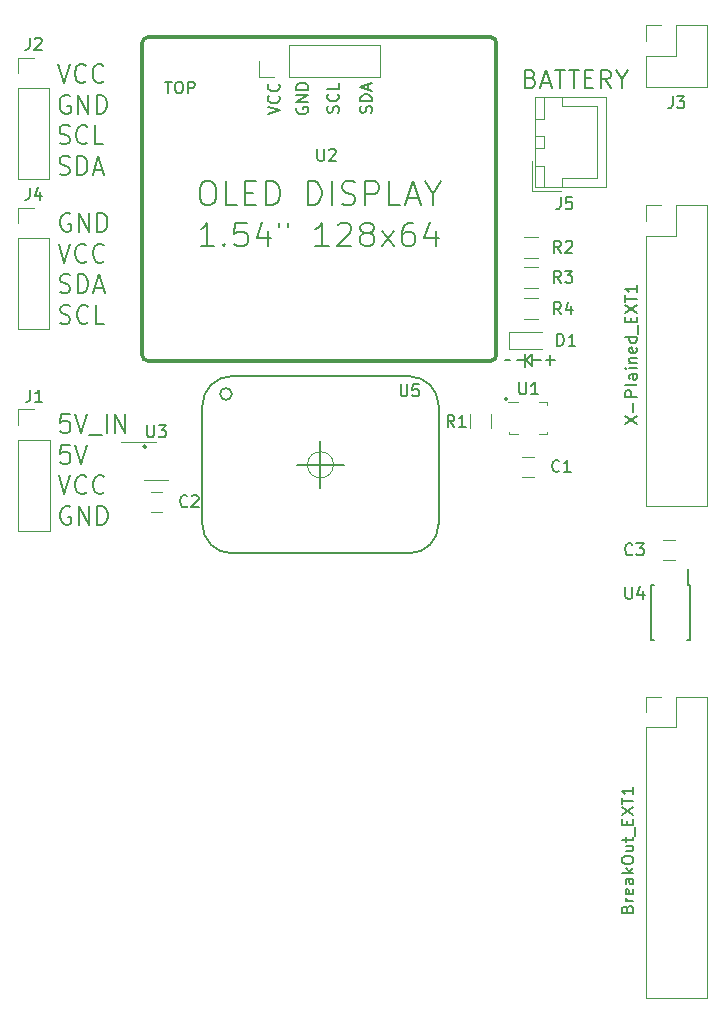
<source format=gbr>
G04 #@! TF.GenerationSoftware,KiCad,Pcbnew,(5.0.0)*
G04 #@! TF.CreationDate,2019-02-20T18:13:07-05:00*
G04 #@! TF.ProjectId,AVR_LCD 2.0,4156525F4C434420322E302E6B696361,rev?*
G04 #@! TF.SameCoordinates,Original*
G04 #@! TF.FileFunction,Legend,Top*
G04 #@! TF.FilePolarity,Positive*
%FSLAX46Y46*%
G04 Gerber Fmt 4.6, Leading zero omitted, Abs format (unit mm)*
G04 Created by KiCad (PCBNEW (5.0.0)) date 02/20/19 18:13:07*
%MOMM*%
%LPD*%
G01*
G04 APERTURE LIST*
%ADD10C,0.200000*%
%ADD11C,0.150000*%
%ADD12C,0.120000*%
%ADD13C,0.100000*%
%ADD14C,0.300000*%
G04 APERTURE END LIST*
D10*
X102152800Y-82142400D02*
X102305200Y-82142400D01*
X101898800Y-82548800D02*
X101898800Y-81736000D01*
X101543200Y-82142400D02*
X102152800Y-82142400D01*
X98038000Y-82142400D02*
X98495200Y-82142400D01*
X99765200Y-82701200D02*
X99765200Y-81634400D01*
X100324000Y-82142400D02*
X101086000Y-82142400D01*
X99816000Y-82142400D02*
X99104800Y-82142400D01*
X100324000Y-82650400D02*
X100324000Y-82498000D01*
X99816000Y-82142400D02*
X100324000Y-82650400D01*
X100324000Y-81634400D02*
X99816000Y-82142400D01*
X100324000Y-82548800D02*
X100324000Y-81634400D01*
X100240000Y-58292857D02*
X100454285Y-58364285D01*
X100525714Y-58435714D01*
X100597142Y-58578571D01*
X100597142Y-58792857D01*
X100525714Y-58935714D01*
X100454285Y-59007142D01*
X100311428Y-59078571D01*
X99740000Y-59078571D01*
X99740000Y-57578571D01*
X100240000Y-57578571D01*
X100382857Y-57650000D01*
X100454285Y-57721428D01*
X100525714Y-57864285D01*
X100525714Y-58007142D01*
X100454285Y-58150000D01*
X100382857Y-58221428D01*
X100240000Y-58292857D01*
X99740000Y-58292857D01*
X101168571Y-58650000D02*
X101882857Y-58650000D01*
X101025714Y-59078571D02*
X101525714Y-57578571D01*
X102025714Y-59078571D01*
X102311428Y-57578571D02*
X103168571Y-57578571D01*
X102740000Y-59078571D02*
X102740000Y-57578571D01*
X103454285Y-57578571D02*
X104311428Y-57578571D01*
X103882857Y-59078571D02*
X103882857Y-57578571D01*
X104811428Y-58292857D02*
X105311428Y-58292857D01*
X105525714Y-59078571D02*
X104811428Y-59078571D01*
X104811428Y-57578571D01*
X105525714Y-57578571D01*
X107025714Y-59078571D02*
X106525714Y-58364285D01*
X106168571Y-59078571D02*
X106168571Y-57578571D01*
X106740000Y-57578571D01*
X106882857Y-57650000D01*
X106954285Y-57721428D01*
X107025714Y-57864285D01*
X107025714Y-58078571D01*
X106954285Y-58221428D01*
X106882857Y-58292857D01*
X106740000Y-58364285D01*
X106168571Y-58364285D01*
X107954285Y-58364285D02*
X107954285Y-59078571D01*
X107454285Y-57578571D02*
X107954285Y-58364285D01*
X108454285Y-57578571D01*
X61196228Y-86692609D02*
X60481942Y-86692609D01*
X60410514Y-87454514D01*
X60481942Y-87378323D01*
X60624800Y-87302133D01*
X60981942Y-87302133D01*
X61124800Y-87378323D01*
X61196228Y-87454514D01*
X61267657Y-87606895D01*
X61267657Y-87987847D01*
X61196228Y-88140228D01*
X61124800Y-88216419D01*
X60981942Y-88292609D01*
X60624800Y-88292609D01*
X60481942Y-88216419D01*
X60410514Y-88140228D01*
X61696228Y-86692609D02*
X62196228Y-88292609D01*
X62696228Y-86692609D01*
X62839085Y-88444990D02*
X63981942Y-88444990D01*
X64339085Y-88292609D02*
X64339085Y-86692609D01*
X65053371Y-88292609D02*
X65053371Y-86692609D01*
X65910514Y-88292609D01*
X65910514Y-86692609D01*
X61196228Y-89292609D02*
X60481942Y-89292609D01*
X60410514Y-90054514D01*
X60481942Y-89978323D01*
X60624800Y-89902133D01*
X60981942Y-89902133D01*
X61124800Y-89978323D01*
X61196228Y-90054514D01*
X61267657Y-90206895D01*
X61267657Y-90587847D01*
X61196228Y-90740228D01*
X61124800Y-90816419D01*
X60981942Y-90892609D01*
X60624800Y-90892609D01*
X60481942Y-90816419D01*
X60410514Y-90740228D01*
X61696228Y-89292609D02*
X62196228Y-90892609D01*
X62696228Y-89292609D01*
X60267657Y-91892609D02*
X60767657Y-93492609D01*
X61267657Y-91892609D01*
X62624800Y-93340228D02*
X62553371Y-93416419D01*
X62339085Y-93492609D01*
X62196228Y-93492609D01*
X61981942Y-93416419D01*
X61839085Y-93264038D01*
X61767657Y-93111657D01*
X61696228Y-92806895D01*
X61696228Y-92578323D01*
X61767657Y-92273561D01*
X61839085Y-92121180D01*
X61981942Y-91968800D01*
X62196228Y-91892609D01*
X62339085Y-91892609D01*
X62553371Y-91968800D01*
X62624800Y-92044990D01*
X64124800Y-93340228D02*
X64053371Y-93416419D01*
X63839085Y-93492609D01*
X63696228Y-93492609D01*
X63481942Y-93416419D01*
X63339085Y-93264038D01*
X63267657Y-93111657D01*
X63196228Y-92806895D01*
X63196228Y-92578323D01*
X63267657Y-92273561D01*
X63339085Y-92121180D01*
X63481942Y-91968800D01*
X63696228Y-91892609D01*
X63839085Y-91892609D01*
X64053371Y-91968800D01*
X64124800Y-92044990D01*
X61267657Y-94568800D02*
X61124800Y-94492609D01*
X60910514Y-94492609D01*
X60696228Y-94568800D01*
X60553371Y-94721180D01*
X60481942Y-94873561D01*
X60410514Y-95178323D01*
X60410514Y-95406895D01*
X60481942Y-95711657D01*
X60553371Y-95864038D01*
X60696228Y-96016419D01*
X60910514Y-96092609D01*
X61053371Y-96092609D01*
X61267657Y-96016419D01*
X61339085Y-95940228D01*
X61339085Y-95406895D01*
X61053371Y-95406895D01*
X61981942Y-96092609D02*
X61981942Y-94492609D01*
X62839085Y-96092609D01*
X62839085Y-94492609D01*
X63553371Y-96092609D02*
X63553371Y-94492609D01*
X63910514Y-94492609D01*
X64124800Y-94568800D01*
X64267657Y-94721180D01*
X64339085Y-94873561D01*
X64410514Y-95178323D01*
X64410514Y-95406895D01*
X64339085Y-95711657D01*
X64267657Y-95864038D01*
X64124800Y-96016419D01*
X63910514Y-96092609D01*
X63553371Y-96092609D01*
X67716114Y-89457600D02*
G75*
G03X67716114Y-89457600I-158114J0D01*
G01*
X61262857Y-69750000D02*
X61120000Y-69673809D01*
X60905714Y-69673809D01*
X60691428Y-69750000D01*
X60548571Y-69902380D01*
X60477142Y-70054761D01*
X60405714Y-70359523D01*
X60405714Y-70588095D01*
X60477142Y-70892857D01*
X60548571Y-71045238D01*
X60691428Y-71197619D01*
X60905714Y-71273809D01*
X61048571Y-71273809D01*
X61262857Y-71197619D01*
X61334285Y-71121428D01*
X61334285Y-70588095D01*
X61048571Y-70588095D01*
X61977142Y-71273809D02*
X61977142Y-69673809D01*
X62834285Y-71273809D01*
X62834285Y-69673809D01*
X63548571Y-71273809D02*
X63548571Y-69673809D01*
X63905714Y-69673809D01*
X64120000Y-69750000D01*
X64262857Y-69902380D01*
X64334285Y-70054761D01*
X64405714Y-70359523D01*
X64405714Y-70588095D01*
X64334285Y-70892857D01*
X64262857Y-71045238D01*
X64120000Y-71197619D01*
X63905714Y-71273809D01*
X63548571Y-71273809D01*
X60262857Y-72273809D02*
X60762857Y-73873809D01*
X61262857Y-72273809D01*
X62620000Y-73721428D02*
X62548571Y-73797619D01*
X62334285Y-73873809D01*
X62191428Y-73873809D01*
X61977142Y-73797619D01*
X61834285Y-73645238D01*
X61762857Y-73492857D01*
X61691428Y-73188095D01*
X61691428Y-72959523D01*
X61762857Y-72654761D01*
X61834285Y-72502380D01*
X61977142Y-72350000D01*
X62191428Y-72273809D01*
X62334285Y-72273809D01*
X62548571Y-72350000D01*
X62620000Y-72426190D01*
X64120000Y-73721428D02*
X64048571Y-73797619D01*
X63834285Y-73873809D01*
X63691428Y-73873809D01*
X63477142Y-73797619D01*
X63334285Y-73645238D01*
X63262857Y-73492857D01*
X63191428Y-73188095D01*
X63191428Y-72959523D01*
X63262857Y-72654761D01*
X63334285Y-72502380D01*
X63477142Y-72350000D01*
X63691428Y-72273809D01*
X63834285Y-72273809D01*
X64048571Y-72350000D01*
X64120000Y-72426190D01*
X60405714Y-76397619D02*
X60620000Y-76473809D01*
X60977142Y-76473809D01*
X61120000Y-76397619D01*
X61191428Y-76321428D01*
X61262857Y-76169047D01*
X61262857Y-76016666D01*
X61191428Y-75864285D01*
X61120000Y-75788095D01*
X60977142Y-75711904D01*
X60691428Y-75635714D01*
X60548571Y-75559523D01*
X60477142Y-75483333D01*
X60405714Y-75330952D01*
X60405714Y-75178571D01*
X60477142Y-75026190D01*
X60548571Y-74950000D01*
X60691428Y-74873809D01*
X61048571Y-74873809D01*
X61262857Y-74950000D01*
X61905714Y-76473809D02*
X61905714Y-74873809D01*
X62262857Y-74873809D01*
X62477142Y-74950000D01*
X62620000Y-75102380D01*
X62691428Y-75254761D01*
X62762857Y-75559523D01*
X62762857Y-75788095D01*
X62691428Y-76092857D01*
X62620000Y-76245238D01*
X62477142Y-76397619D01*
X62262857Y-76473809D01*
X61905714Y-76473809D01*
X63334285Y-76016666D02*
X64048571Y-76016666D01*
X63191428Y-76473809D02*
X63691428Y-74873809D01*
X64191428Y-76473809D01*
X60405714Y-78997619D02*
X60620000Y-79073809D01*
X60977142Y-79073809D01*
X61120000Y-78997619D01*
X61191428Y-78921428D01*
X61262857Y-78769047D01*
X61262857Y-78616666D01*
X61191428Y-78464285D01*
X61120000Y-78388095D01*
X60977142Y-78311904D01*
X60691428Y-78235714D01*
X60548571Y-78159523D01*
X60477142Y-78083333D01*
X60405714Y-77930952D01*
X60405714Y-77778571D01*
X60477142Y-77626190D01*
X60548571Y-77550000D01*
X60691428Y-77473809D01*
X61048571Y-77473809D01*
X61262857Y-77550000D01*
X62762857Y-78921428D02*
X62691428Y-78997619D01*
X62477142Y-79073809D01*
X62334285Y-79073809D01*
X62120000Y-78997619D01*
X61977142Y-78845238D01*
X61905714Y-78692857D01*
X61834285Y-78388095D01*
X61834285Y-78159523D01*
X61905714Y-77854761D01*
X61977142Y-77702380D01*
X62120000Y-77550000D01*
X62334285Y-77473809D01*
X62477142Y-77473809D01*
X62691428Y-77550000D01*
X62762857Y-77626190D01*
X64120000Y-79073809D02*
X63405714Y-79073809D01*
X63405714Y-77473809D01*
X60212857Y-57073809D02*
X60712857Y-58673809D01*
X61212857Y-57073809D01*
X62570000Y-58521428D02*
X62498571Y-58597619D01*
X62284285Y-58673809D01*
X62141428Y-58673809D01*
X61927142Y-58597619D01*
X61784285Y-58445238D01*
X61712857Y-58292857D01*
X61641428Y-57988095D01*
X61641428Y-57759523D01*
X61712857Y-57454761D01*
X61784285Y-57302380D01*
X61927142Y-57150000D01*
X62141428Y-57073809D01*
X62284285Y-57073809D01*
X62498571Y-57150000D01*
X62570000Y-57226190D01*
X64070000Y-58521428D02*
X63998571Y-58597619D01*
X63784285Y-58673809D01*
X63641428Y-58673809D01*
X63427142Y-58597619D01*
X63284285Y-58445238D01*
X63212857Y-58292857D01*
X63141428Y-57988095D01*
X63141428Y-57759523D01*
X63212857Y-57454761D01*
X63284285Y-57302380D01*
X63427142Y-57150000D01*
X63641428Y-57073809D01*
X63784285Y-57073809D01*
X63998571Y-57150000D01*
X64070000Y-57226190D01*
X61212857Y-59750000D02*
X61070000Y-59673809D01*
X60855714Y-59673809D01*
X60641428Y-59750000D01*
X60498571Y-59902380D01*
X60427142Y-60054761D01*
X60355714Y-60359523D01*
X60355714Y-60588095D01*
X60427142Y-60892857D01*
X60498571Y-61045238D01*
X60641428Y-61197619D01*
X60855714Y-61273809D01*
X60998571Y-61273809D01*
X61212857Y-61197619D01*
X61284285Y-61121428D01*
X61284285Y-60588095D01*
X60998571Y-60588095D01*
X61927142Y-61273809D02*
X61927142Y-59673809D01*
X62784285Y-61273809D01*
X62784285Y-59673809D01*
X63498571Y-61273809D02*
X63498571Y-59673809D01*
X63855714Y-59673809D01*
X64070000Y-59750000D01*
X64212857Y-59902380D01*
X64284285Y-60054761D01*
X64355714Y-60359523D01*
X64355714Y-60588095D01*
X64284285Y-60892857D01*
X64212857Y-61045238D01*
X64070000Y-61197619D01*
X63855714Y-61273809D01*
X63498571Y-61273809D01*
X60355714Y-63797619D02*
X60570000Y-63873809D01*
X60927142Y-63873809D01*
X61070000Y-63797619D01*
X61141428Y-63721428D01*
X61212857Y-63569047D01*
X61212857Y-63416666D01*
X61141428Y-63264285D01*
X61070000Y-63188095D01*
X60927142Y-63111904D01*
X60641428Y-63035714D01*
X60498571Y-62959523D01*
X60427142Y-62883333D01*
X60355714Y-62730952D01*
X60355714Y-62578571D01*
X60427142Y-62426190D01*
X60498571Y-62350000D01*
X60641428Y-62273809D01*
X60998571Y-62273809D01*
X61212857Y-62350000D01*
X62712857Y-63721428D02*
X62641428Y-63797619D01*
X62427142Y-63873809D01*
X62284285Y-63873809D01*
X62070000Y-63797619D01*
X61927142Y-63645238D01*
X61855714Y-63492857D01*
X61784285Y-63188095D01*
X61784285Y-62959523D01*
X61855714Y-62654761D01*
X61927142Y-62502380D01*
X62070000Y-62350000D01*
X62284285Y-62273809D01*
X62427142Y-62273809D01*
X62641428Y-62350000D01*
X62712857Y-62426190D01*
X64070000Y-63873809D02*
X63355714Y-63873809D01*
X63355714Y-62273809D01*
X60355714Y-66397619D02*
X60570000Y-66473809D01*
X60927142Y-66473809D01*
X61070000Y-66397619D01*
X61141428Y-66321428D01*
X61212857Y-66169047D01*
X61212857Y-66016666D01*
X61141428Y-65864285D01*
X61070000Y-65788095D01*
X60927142Y-65711904D01*
X60641428Y-65635714D01*
X60498571Y-65559523D01*
X60427142Y-65483333D01*
X60355714Y-65330952D01*
X60355714Y-65178571D01*
X60427142Y-65026190D01*
X60498571Y-64950000D01*
X60641428Y-64873809D01*
X60998571Y-64873809D01*
X61212857Y-64950000D01*
X61855714Y-66473809D02*
X61855714Y-64873809D01*
X62212857Y-64873809D01*
X62427142Y-64950000D01*
X62570000Y-65102380D01*
X62641428Y-65254761D01*
X62712857Y-65559523D01*
X62712857Y-65788095D01*
X62641428Y-66092857D01*
X62570000Y-66245238D01*
X62427142Y-66397619D01*
X62212857Y-66473809D01*
X61855714Y-66473809D01*
X63284285Y-66016666D02*
X63998571Y-66016666D01*
X63141428Y-66473809D02*
X63641428Y-64873809D01*
X64141428Y-66473809D01*
D11*
X98256500Y-85434500D02*
G75*
G03X98256500Y-85434500I-127000J0D01*
G01*
D12*
G04 #@! TO.C,BreakOut_EXT1*
X109970000Y-110620000D02*
X111300000Y-110620000D01*
X109970000Y-111950000D02*
X109970000Y-110620000D01*
X112570000Y-110620000D02*
X115170000Y-110620000D01*
X112570000Y-113220000D02*
X112570000Y-110620000D01*
X109970000Y-113220000D02*
X112570000Y-113220000D01*
X115170000Y-110620000D02*
X115170000Y-136140000D01*
X109970000Y-113220000D02*
X109970000Y-136140000D01*
X109970000Y-136140000D02*
X115170000Y-136140000D01*
G04 #@! TO.C,C1*
X99534000Y-91999500D02*
X100534000Y-91999500D01*
X100534000Y-90299500D02*
X99534000Y-90299500D01*
G04 #@! TO.C,C2*
X68053200Y-94988000D02*
X69053200Y-94988000D01*
X69053200Y-93288000D02*
X68053200Y-93288000D01*
G04 #@! TO.C,C3*
X112424000Y-97357000D02*
X111424000Y-97357000D01*
X111424000Y-99057000D02*
X112424000Y-99057000D01*
G04 #@! TO.C,D1*
X98425000Y-79764000D02*
X101225000Y-79764000D01*
X98425000Y-81164000D02*
X101225000Y-81164000D01*
X98425000Y-79764000D02*
X98425000Y-81164000D01*
G04 #@! TO.C,J1*
X56864800Y-86298800D02*
X58194800Y-86298800D01*
X56864800Y-87628800D02*
X56864800Y-86298800D01*
X56864800Y-88898800D02*
X59524800Y-88898800D01*
X59524800Y-88898800D02*
X59524800Y-96578800D01*
X56864800Y-88898800D02*
X56864800Y-96578800D01*
X56864800Y-96578800D02*
X59524800Y-96578800D01*
G04 #@! TO.C,J2*
X56830000Y-56530000D02*
X58160000Y-56530000D01*
X56830000Y-57860000D02*
X56830000Y-56530000D01*
X56830000Y-59130000D02*
X59490000Y-59130000D01*
X59490000Y-59130000D02*
X59490000Y-66810000D01*
X56830000Y-59130000D02*
X56830000Y-66810000D01*
X56830000Y-66810000D02*
X59490000Y-66810000D01*
G04 #@! TO.C,J3*
X109970000Y-53780000D02*
X111300000Y-53780000D01*
X109970000Y-55110000D02*
X109970000Y-53780000D01*
X112570000Y-53780000D02*
X115170000Y-53780000D01*
X112570000Y-56380000D02*
X112570000Y-53780000D01*
X109970000Y-56380000D02*
X112570000Y-56380000D01*
X115170000Y-53780000D02*
X115170000Y-58980000D01*
X109970000Y-56380000D02*
X109970000Y-58980000D01*
X109970000Y-58980000D02*
X115170000Y-58980000D01*
G04 #@! TO.C,J4*
X56830000Y-79510000D02*
X59490000Y-79510000D01*
X56830000Y-71830000D02*
X56830000Y-79510000D01*
X59490000Y-71830000D02*
X59490000Y-79510000D01*
X56830000Y-71830000D02*
X59490000Y-71830000D01*
X56830000Y-70560000D02*
X56830000Y-69230000D01*
X56830000Y-69230000D02*
X58160000Y-69230000D01*
G04 #@! TO.C,J5*
X100340000Y-67800000D02*
X102840000Y-67800000D01*
X100340000Y-65300000D02*
X100340000Y-67800000D01*
X105840000Y-60650000D02*
X105840000Y-63700000D01*
X102890000Y-60650000D02*
X105840000Y-60650000D01*
X102890000Y-59900000D02*
X102890000Y-60650000D01*
X105840000Y-66750000D02*
X105840000Y-63700000D01*
X102890000Y-66750000D02*
X105840000Y-66750000D01*
X102890000Y-67500000D02*
X102890000Y-66750000D01*
X100640000Y-59900000D02*
X100640000Y-61700000D01*
X101390000Y-59900000D02*
X100640000Y-59900000D01*
X101390000Y-61700000D02*
X101390000Y-59900000D01*
X100640000Y-61700000D02*
X101390000Y-61700000D01*
X100640000Y-65700000D02*
X100640000Y-67500000D01*
X101390000Y-65700000D02*
X100640000Y-65700000D01*
X101390000Y-67500000D02*
X101390000Y-65700000D01*
X100640000Y-67500000D02*
X101390000Y-67500000D01*
X100640000Y-63200000D02*
X100640000Y-64200000D01*
X101390000Y-63200000D02*
X100640000Y-63200000D01*
X101390000Y-64200000D02*
X101390000Y-63200000D01*
X100640000Y-64200000D02*
X101390000Y-64200000D01*
X100640000Y-59900000D02*
X100640000Y-67500000D01*
X106590000Y-59900000D02*
X100640000Y-59900000D01*
X106590000Y-67500000D02*
X106590000Y-59900000D01*
X100640000Y-67500000D02*
X106590000Y-67500000D01*
G04 #@! TO.C,R1*
X95090500Y-87873500D02*
X95090500Y-86673500D01*
X96850500Y-86673500D02*
X96850500Y-87873500D01*
G04 #@! TO.C,R2*
X100843000Y-73470000D02*
X99643000Y-73470000D01*
X99643000Y-71710000D02*
X100843000Y-71710000D01*
G04 #@! TO.C,R3*
X99643000Y-74250000D02*
X100843000Y-74250000D01*
X100843000Y-76010000D02*
X99643000Y-76010000D01*
G04 #@! TO.C,R4*
X100843000Y-78677000D02*
X99643000Y-78677000D01*
X99643000Y-76917000D02*
X100843000Y-76917000D01*
D13*
G04 #@! TO.C,U1*
X101642000Y-85723500D02*
X101642000Y-85943500D01*
X100922000Y-85723500D02*
X101642000Y-85723500D01*
X101642000Y-88423500D02*
X100922000Y-88423500D01*
X101642000Y-88203500D02*
X101642000Y-88423500D01*
X98442000Y-88423500D02*
X98442000Y-88203500D01*
X98442000Y-88423500D02*
X99162000Y-88423500D01*
X98342000Y-85723500D02*
X99162000Y-85723500D01*
D12*
G04 #@! TO.C,U2*
X77210000Y-58130000D02*
X77210000Y-56800000D01*
X78540000Y-58130000D02*
X77210000Y-58130000D01*
X79810000Y-58130000D02*
X79810000Y-55470000D01*
X79810000Y-55470000D02*
X87490000Y-55470000D01*
X79810000Y-58130000D02*
X87490000Y-58130000D01*
X87490000Y-58130000D02*
X87490000Y-55470000D01*
D14*
X78540000Y-54800000D02*
X90240000Y-54800000D01*
X96840000Y-54800000D02*
X90240000Y-54800000D01*
X96840000Y-54800000D02*
G75*
G02X97340000Y-55300000I0J-500000D01*
G01*
X67840000Y-54800000D02*
X78540000Y-54800000D01*
X67340000Y-55300000D02*
G75*
G02X67840000Y-54800000I500000J0D01*
G01*
X82940000Y-82200000D02*
X85140000Y-82200000D01*
X85140000Y-82200000D02*
X85340000Y-82200000D01*
X97340000Y-81700000D02*
G75*
G02X96840000Y-82200000I-500000J0D01*
G01*
X96840000Y-82200000D02*
X86140000Y-82200000D01*
X67840000Y-82200000D02*
G75*
G02X67340000Y-81700000I0J500000D01*
G01*
X67840000Y-82200000D02*
X74440000Y-82200000D01*
X86140000Y-82200000D02*
X74440000Y-82200000D01*
X97340000Y-55300000D02*
X97340000Y-81700000D01*
X67340000Y-81700000D02*
X67340000Y-55300000D01*
D11*
G04 #@! TO.C,U4*
X113592000Y-101216000D02*
X113592000Y-99866000D01*
X110442000Y-101216000D02*
X110442000Y-105866000D01*
X113692000Y-101216000D02*
X113692000Y-105866000D01*
X110442000Y-101216000D02*
X110642000Y-101216000D01*
X110442000Y-105866000D02*
X110642000Y-105866000D01*
X113692000Y-105866000D02*
X113492000Y-105866000D01*
X113692000Y-101216000D02*
X113592000Y-101216000D01*
G04 #@! TO.C,U5*
X74940000Y-85000000D02*
G75*
G03X74940000Y-85000000I-500000J0D01*
G01*
X72440000Y-96000000D02*
X72440000Y-86000000D01*
X89940000Y-98500000D02*
X74940000Y-98500000D01*
X92440000Y-86000000D02*
X92440000Y-96000000D01*
X89940000Y-83500000D02*
X74940000Y-83500000D01*
X89940000Y-83500000D02*
G75*
G02X92440000Y-86000000I0J-2500000D01*
G01*
X92440000Y-96000000D02*
G75*
G02X89940000Y-98500000I-2500000J0D01*
G01*
X74940000Y-98500000D02*
G75*
G02X72440000Y-96000000I0J2500000D01*
G01*
X72440000Y-86000000D02*
G75*
G02X74940000Y-83500000I2500000J0D01*
G01*
D10*
X84440000Y-91000000D02*
X80440000Y-91000000D01*
X82440000Y-89000000D02*
X82440000Y-93000000D01*
D13*
X83541136Y-91000000D02*
G75*
G03X83541136Y-91000000I-1101136J0D01*
G01*
D12*
G04 #@! TO.C,X-Plained_EXT1*
X109970000Y-94530000D02*
X115170000Y-94530000D01*
X109970000Y-71610000D02*
X109970000Y-94530000D01*
X115170000Y-69010000D02*
X115170000Y-94530000D01*
X109970000Y-71610000D02*
X112570000Y-71610000D01*
X112570000Y-71610000D02*
X112570000Y-69010000D01*
X112570000Y-69010000D02*
X115170000Y-69010000D01*
X109970000Y-70340000D02*
X109970000Y-69010000D01*
X109970000Y-69010000D02*
X111300000Y-69010000D01*
G04 #@! TO.C,U3*
X68542200Y-89090000D02*
X65542200Y-89090000D01*
X69542200Y-92330000D02*
X67542200Y-92330000D01*
G04 #@! TO.C,BreakOut_EXT1*
D11*
X108418571Y-128602380D02*
X108466190Y-128459523D01*
X108513809Y-128411904D01*
X108609047Y-128364285D01*
X108751904Y-128364285D01*
X108847142Y-128411904D01*
X108894761Y-128459523D01*
X108942380Y-128554761D01*
X108942380Y-128935714D01*
X107942380Y-128935714D01*
X107942380Y-128602380D01*
X107990000Y-128507142D01*
X108037619Y-128459523D01*
X108132857Y-128411904D01*
X108228095Y-128411904D01*
X108323333Y-128459523D01*
X108370952Y-128507142D01*
X108418571Y-128602380D01*
X108418571Y-128935714D01*
X108942380Y-127935714D02*
X108275714Y-127935714D01*
X108466190Y-127935714D02*
X108370952Y-127888095D01*
X108323333Y-127840476D01*
X108275714Y-127745238D01*
X108275714Y-127650000D01*
X108894761Y-126935714D02*
X108942380Y-127030952D01*
X108942380Y-127221428D01*
X108894761Y-127316666D01*
X108799523Y-127364285D01*
X108418571Y-127364285D01*
X108323333Y-127316666D01*
X108275714Y-127221428D01*
X108275714Y-127030952D01*
X108323333Y-126935714D01*
X108418571Y-126888095D01*
X108513809Y-126888095D01*
X108609047Y-127364285D01*
X108942380Y-126030952D02*
X108418571Y-126030952D01*
X108323333Y-126078571D01*
X108275714Y-126173809D01*
X108275714Y-126364285D01*
X108323333Y-126459523D01*
X108894761Y-126030952D02*
X108942380Y-126126190D01*
X108942380Y-126364285D01*
X108894761Y-126459523D01*
X108799523Y-126507142D01*
X108704285Y-126507142D01*
X108609047Y-126459523D01*
X108561428Y-126364285D01*
X108561428Y-126126190D01*
X108513809Y-126030952D01*
X108942380Y-125554761D02*
X107942380Y-125554761D01*
X108561428Y-125459523D02*
X108942380Y-125173809D01*
X108275714Y-125173809D02*
X108656666Y-125554761D01*
X107942380Y-124554761D02*
X107942380Y-124364285D01*
X107990000Y-124269047D01*
X108085238Y-124173809D01*
X108275714Y-124126190D01*
X108609047Y-124126190D01*
X108799523Y-124173809D01*
X108894761Y-124269047D01*
X108942380Y-124364285D01*
X108942380Y-124554761D01*
X108894761Y-124650000D01*
X108799523Y-124745238D01*
X108609047Y-124792857D01*
X108275714Y-124792857D01*
X108085238Y-124745238D01*
X107990000Y-124650000D01*
X107942380Y-124554761D01*
X108275714Y-123269047D02*
X108942380Y-123269047D01*
X108275714Y-123697619D02*
X108799523Y-123697619D01*
X108894761Y-123650000D01*
X108942380Y-123554761D01*
X108942380Y-123411904D01*
X108894761Y-123316666D01*
X108847142Y-123269047D01*
X108275714Y-122935714D02*
X108275714Y-122554761D01*
X107942380Y-122792857D02*
X108799523Y-122792857D01*
X108894761Y-122745238D01*
X108942380Y-122650000D01*
X108942380Y-122554761D01*
X109037619Y-122459523D02*
X109037619Y-121697619D01*
X108418571Y-121459523D02*
X108418571Y-121126190D01*
X108942380Y-120983333D02*
X108942380Y-121459523D01*
X107942380Y-121459523D01*
X107942380Y-120983333D01*
X107942380Y-120650000D02*
X108942380Y-119983333D01*
X107942380Y-119983333D02*
X108942380Y-120650000D01*
X107942380Y-119745238D02*
X107942380Y-119173809D01*
X108942380Y-119459523D02*
X107942380Y-119459523D01*
X108942380Y-118316666D02*
X108942380Y-118888095D01*
X108942380Y-118602380D02*
X107942380Y-118602380D01*
X108085238Y-118697619D01*
X108180476Y-118792857D01*
X108228095Y-118888095D01*
G04 #@! TO.C,C1*
X102661333Y-91506642D02*
X102613714Y-91554261D01*
X102470857Y-91601880D01*
X102375619Y-91601880D01*
X102232761Y-91554261D01*
X102137523Y-91459023D01*
X102089904Y-91363785D01*
X102042285Y-91173309D01*
X102042285Y-91030452D01*
X102089904Y-90839976D01*
X102137523Y-90744738D01*
X102232761Y-90649500D01*
X102375619Y-90601880D01*
X102470857Y-90601880D01*
X102613714Y-90649500D01*
X102661333Y-90697119D01*
X103613714Y-91601880D02*
X103042285Y-91601880D01*
X103328000Y-91601880D02*
X103328000Y-90601880D01*
X103232761Y-90744738D01*
X103137523Y-90839976D01*
X103042285Y-90887595D01*
G04 #@! TO.C,C2*
X71164533Y-94495142D02*
X71116914Y-94542761D01*
X70974057Y-94590380D01*
X70878819Y-94590380D01*
X70735961Y-94542761D01*
X70640723Y-94447523D01*
X70593104Y-94352285D01*
X70545485Y-94161809D01*
X70545485Y-94018952D01*
X70593104Y-93828476D01*
X70640723Y-93733238D01*
X70735961Y-93638000D01*
X70878819Y-93590380D01*
X70974057Y-93590380D01*
X71116914Y-93638000D01*
X71164533Y-93685619D01*
X71545485Y-93685619D02*
X71593104Y-93638000D01*
X71688342Y-93590380D01*
X71926438Y-93590380D01*
X72021676Y-93638000D01*
X72069295Y-93685619D01*
X72116914Y-93780857D01*
X72116914Y-93876095D01*
X72069295Y-94018952D01*
X71497866Y-94590380D01*
X72116914Y-94590380D01*
G04 #@! TO.C,C3*
X108852333Y-98564142D02*
X108804714Y-98611761D01*
X108661857Y-98659380D01*
X108566619Y-98659380D01*
X108423761Y-98611761D01*
X108328523Y-98516523D01*
X108280904Y-98421285D01*
X108233285Y-98230809D01*
X108233285Y-98087952D01*
X108280904Y-97897476D01*
X108328523Y-97802238D01*
X108423761Y-97707000D01*
X108566619Y-97659380D01*
X108661857Y-97659380D01*
X108804714Y-97707000D01*
X108852333Y-97754619D01*
X109185666Y-97659380D02*
X109804714Y-97659380D01*
X109471380Y-98040333D01*
X109614238Y-98040333D01*
X109709476Y-98087952D01*
X109757095Y-98135571D01*
X109804714Y-98230809D01*
X109804714Y-98468904D01*
X109757095Y-98564142D01*
X109709476Y-98611761D01*
X109614238Y-98659380D01*
X109328523Y-98659380D01*
X109233285Y-98611761D01*
X109185666Y-98564142D01*
G04 #@! TO.C,D1*
X102491904Y-80916380D02*
X102491904Y-79916380D01*
X102730000Y-79916380D01*
X102872857Y-79964000D01*
X102968095Y-80059238D01*
X103015714Y-80154476D01*
X103063333Y-80344952D01*
X103063333Y-80487809D01*
X103015714Y-80678285D01*
X102968095Y-80773523D01*
X102872857Y-80868761D01*
X102730000Y-80916380D01*
X102491904Y-80916380D01*
X104015714Y-80916380D02*
X103444285Y-80916380D01*
X103730000Y-80916380D02*
X103730000Y-79916380D01*
X103634761Y-80059238D01*
X103539523Y-80154476D01*
X103444285Y-80202095D01*
G04 #@! TO.C,J1*
X57877466Y-84642780D02*
X57877466Y-85357066D01*
X57829847Y-85499923D01*
X57734609Y-85595161D01*
X57591752Y-85642780D01*
X57496514Y-85642780D01*
X58877466Y-85642780D02*
X58306038Y-85642780D01*
X58591752Y-85642780D02*
X58591752Y-84642780D01*
X58496514Y-84785638D01*
X58401276Y-84880876D01*
X58306038Y-84928495D01*
G04 #@! TO.C,J2*
X57826666Y-54852380D02*
X57826666Y-55566666D01*
X57779047Y-55709523D01*
X57683809Y-55804761D01*
X57540952Y-55852380D01*
X57445714Y-55852380D01*
X58255238Y-54947619D02*
X58302857Y-54900000D01*
X58398095Y-54852380D01*
X58636190Y-54852380D01*
X58731428Y-54900000D01*
X58779047Y-54947619D01*
X58826666Y-55042857D01*
X58826666Y-55138095D01*
X58779047Y-55280952D01*
X58207619Y-55852380D01*
X58826666Y-55852380D01*
G04 #@! TO.C,J3*
X112256666Y-59802380D02*
X112256666Y-60516666D01*
X112209047Y-60659523D01*
X112113809Y-60754761D01*
X111970952Y-60802380D01*
X111875714Y-60802380D01*
X112637619Y-59802380D02*
X113256666Y-59802380D01*
X112923333Y-60183333D01*
X113066190Y-60183333D01*
X113161428Y-60230952D01*
X113209047Y-60278571D01*
X113256666Y-60373809D01*
X113256666Y-60611904D01*
X113209047Y-60707142D01*
X113161428Y-60754761D01*
X113066190Y-60802380D01*
X112780476Y-60802380D01*
X112685238Y-60754761D01*
X112637619Y-60707142D01*
G04 #@! TO.C,J4*
X57826666Y-67552380D02*
X57826666Y-68266666D01*
X57779047Y-68409523D01*
X57683809Y-68504761D01*
X57540952Y-68552380D01*
X57445714Y-68552380D01*
X58731428Y-67885714D02*
X58731428Y-68552380D01*
X58493333Y-67504761D02*
X58255238Y-68219047D01*
X58874285Y-68219047D01*
G04 #@! TO.C,J5*
X102766666Y-68352380D02*
X102766666Y-69066666D01*
X102719047Y-69209523D01*
X102623809Y-69304761D01*
X102480952Y-69352380D01*
X102385714Y-69352380D01*
X103719047Y-68352380D02*
X103242857Y-68352380D01*
X103195238Y-68828571D01*
X103242857Y-68780952D01*
X103338095Y-68733333D01*
X103576190Y-68733333D01*
X103671428Y-68780952D01*
X103719047Y-68828571D01*
X103766666Y-68923809D01*
X103766666Y-69161904D01*
X103719047Y-69257142D01*
X103671428Y-69304761D01*
X103576190Y-69352380D01*
X103338095Y-69352380D01*
X103242857Y-69304761D01*
X103195238Y-69257142D01*
G04 #@! TO.C,R1*
X93771833Y-87791880D02*
X93438500Y-87315690D01*
X93200404Y-87791880D02*
X93200404Y-86791880D01*
X93581357Y-86791880D01*
X93676595Y-86839500D01*
X93724214Y-86887119D01*
X93771833Y-86982357D01*
X93771833Y-87125214D01*
X93724214Y-87220452D01*
X93676595Y-87268071D01*
X93581357Y-87315690D01*
X93200404Y-87315690D01*
X94724214Y-87791880D02*
X94152785Y-87791880D01*
X94438500Y-87791880D02*
X94438500Y-86791880D01*
X94343261Y-86934738D01*
X94248023Y-87029976D01*
X94152785Y-87077595D01*
G04 #@! TO.C,R2*
X102809333Y-73042380D02*
X102476000Y-72566190D01*
X102237904Y-73042380D02*
X102237904Y-72042380D01*
X102618857Y-72042380D01*
X102714095Y-72090000D01*
X102761714Y-72137619D01*
X102809333Y-72232857D01*
X102809333Y-72375714D01*
X102761714Y-72470952D01*
X102714095Y-72518571D01*
X102618857Y-72566190D01*
X102237904Y-72566190D01*
X103190285Y-72137619D02*
X103237904Y-72090000D01*
X103333142Y-72042380D01*
X103571238Y-72042380D01*
X103666476Y-72090000D01*
X103714095Y-72137619D01*
X103761714Y-72232857D01*
X103761714Y-72328095D01*
X103714095Y-72470952D01*
X103142666Y-73042380D01*
X103761714Y-73042380D01*
G04 #@! TO.C,R3*
X102809333Y-75582380D02*
X102476000Y-75106190D01*
X102237904Y-75582380D02*
X102237904Y-74582380D01*
X102618857Y-74582380D01*
X102714095Y-74630000D01*
X102761714Y-74677619D01*
X102809333Y-74772857D01*
X102809333Y-74915714D01*
X102761714Y-75010952D01*
X102714095Y-75058571D01*
X102618857Y-75106190D01*
X102237904Y-75106190D01*
X103142666Y-74582380D02*
X103761714Y-74582380D01*
X103428380Y-74963333D01*
X103571238Y-74963333D01*
X103666476Y-75010952D01*
X103714095Y-75058571D01*
X103761714Y-75153809D01*
X103761714Y-75391904D01*
X103714095Y-75487142D01*
X103666476Y-75534761D01*
X103571238Y-75582380D01*
X103285523Y-75582380D01*
X103190285Y-75534761D01*
X103142666Y-75487142D01*
G04 #@! TO.C,R4*
X102809333Y-78249380D02*
X102476000Y-77773190D01*
X102237904Y-78249380D02*
X102237904Y-77249380D01*
X102618857Y-77249380D01*
X102714095Y-77297000D01*
X102761714Y-77344619D01*
X102809333Y-77439857D01*
X102809333Y-77582714D01*
X102761714Y-77677952D01*
X102714095Y-77725571D01*
X102618857Y-77773190D01*
X102237904Y-77773190D01*
X103666476Y-77582714D02*
X103666476Y-78249380D01*
X103428380Y-77201761D02*
X103190285Y-77916047D01*
X103809333Y-77916047D01*
G04 #@! TO.C,U1*
X99280095Y-84025880D02*
X99280095Y-84835404D01*
X99327714Y-84930642D01*
X99375333Y-84978261D01*
X99470571Y-85025880D01*
X99661047Y-85025880D01*
X99756285Y-84978261D01*
X99803904Y-84930642D01*
X99851523Y-84835404D01*
X99851523Y-84025880D01*
X100851523Y-85025880D02*
X100280095Y-85025880D01*
X100565809Y-85025880D02*
X100565809Y-84025880D01*
X100470571Y-84168738D01*
X100375333Y-84263976D01*
X100280095Y-84311595D01*
G04 #@! TO.C,U2*
X82178095Y-64252380D02*
X82178095Y-65061904D01*
X82225714Y-65157142D01*
X82273333Y-65204761D01*
X82368571Y-65252380D01*
X82559047Y-65252380D01*
X82654285Y-65204761D01*
X82701904Y-65157142D01*
X82749523Y-65061904D01*
X82749523Y-64252380D01*
X83178095Y-64347619D02*
X83225714Y-64300000D01*
X83320952Y-64252380D01*
X83559047Y-64252380D01*
X83654285Y-64300000D01*
X83701904Y-64347619D01*
X83749523Y-64442857D01*
X83749523Y-64538095D01*
X83701904Y-64680952D01*
X83130476Y-65252380D01*
X83749523Y-65252380D01*
X69280476Y-58552380D02*
X69851904Y-58552380D01*
X69566190Y-59552380D02*
X69566190Y-58552380D01*
X70375714Y-58552380D02*
X70566190Y-58552380D01*
X70661428Y-58600000D01*
X70756666Y-58695238D01*
X70804285Y-58885714D01*
X70804285Y-59219047D01*
X70756666Y-59409523D01*
X70661428Y-59504761D01*
X70566190Y-59552380D01*
X70375714Y-59552380D01*
X70280476Y-59504761D01*
X70185238Y-59409523D01*
X70137619Y-59219047D01*
X70137619Y-58885714D01*
X70185238Y-58695238D01*
X70280476Y-58600000D01*
X70375714Y-58552380D01*
X71232857Y-59552380D02*
X71232857Y-58552380D01*
X71613809Y-58552380D01*
X71709047Y-58600000D01*
X71756666Y-58647619D01*
X71804285Y-58742857D01*
X71804285Y-58885714D01*
X71756666Y-58980952D01*
X71709047Y-59028571D01*
X71613809Y-59076190D01*
X71232857Y-59076190D01*
X77992380Y-61333333D02*
X78992380Y-61000000D01*
X77992380Y-60666666D01*
X78897142Y-59761904D02*
X78944761Y-59809523D01*
X78992380Y-59952380D01*
X78992380Y-60047619D01*
X78944761Y-60190476D01*
X78849523Y-60285714D01*
X78754285Y-60333333D01*
X78563809Y-60380952D01*
X78420952Y-60380952D01*
X78230476Y-60333333D01*
X78135238Y-60285714D01*
X78040000Y-60190476D01*
X77992380Y-60047619D01*
X77992380Y-59952380D01*
X78040000Y-59809523D01*
X78087619Y-59761904D01*
X78897142Y-58761904D02*
X78944761Y-58809523D01*
X78992380Y-58952380D01*
X78992380Y-59047619D01*
X78944761Y-59190476D01*
X78849523Y-59285714D01*
X78754285Y-59333333D01*
X78563809Y-59380952D01*
X78420952Y-59380952D01*
X78230476Y-59333333D01*
X78135238Y-59285714D01*
X78040000Y-59190476D01*
X77992380Y-59047619D01*
X77992380Y-58952380D01*
X78040000Y-58809523D01*
X78087619Y-58761904D01*
X80440000Y-60761904D02*
X80392380Y-60857142D01*
X80392380Y-61000000D01*
X80440000Y-61142857D01*
X80535238Y-61238095D01*
X80630476Y-61285714D01*
X80820952Y-61333333D01*
X80963809Y-61333333D01*
X81154285Y-61285714D01*
X81249523Y-61238095D01*
X81344761Y-61142857D01*
X81392380Y-61000000D01*
X81392380Y-60904761D01*
X81344761Y-60761904D01*
X81297142Y-60714285D01*
X80963809Y-60714285D01*
X80963809Y-60904761D01*
X81392380Y-60285714D02*
X80392380Y-60285714D01*
X81392380Y-59714285D01*
X80392380Y-59714285D01*
X81392380Y-59238095D02*
X80392380Y-59238095D01*
X80392380Y-59000000D01*
X80440000Y-58857142D01*
X80535238Y-58761904D01*
X80630476Y-58714285D01*
X80820952Y-58666666D01*
X80963809Y-58666666D01*
X81154285Y-58714285D01*
X81249523Y-58761904D01*
X81344761Y-58857142D01*
X81392380Y-59000000D01*
X81392380Y-59238095D01*
X83944761Y-61190476D02*
X83992380Y-61047619D01*
X83992380Y-60809523D01*
X83944761Y-60714285D01*
X83897142Y-60666666D01*
X83801904Y-60619047D01*
X83706666Y-60619047D01*
X83611428Y-60666666D01*
X83563809Y-60714285D01*
X83516190Y-60809523D01*
X83468571Y-61000000D01*
X83420952Y-61095238D01*
X83373333Y-61142857D01*
X83278095Y-61190476D01*
X83182857Y-61190476D01*
X83087619Y-61142857D01*
X83040000Y-61095238D01*
X82992380Y-61000000D01*
X82992380Y-60761904D01*
X83040000Y-60619047D01*
X83897142Y-59619047D02*
X83944761Y-59666666D01*
X83992380Y-59809523D01*
X83992380Y-59904761D01*
X83944761Y-60047619D01*
X83849523Y-60142857D01*
X83754285Y-60190476D01*
X83563809Y-60238095D01*
X83420952Y-60238095D01*
X83230476Y-60190476D01*
X83135238Y-60142857D01*
X83040000Y-60047619D01*
X82992380Y-59904761D01*
X82992380Y-59809523D01*
X83040000Y-59666666D01*
X83087619Y-59619047D01*
X83992380Y-58714285D02*
X83992380Y-59190476D01*
X82992380Y-59190476D01*
X86744761Y-61214285D02*
X86792380Y-61071428D01*
X86792380Y-60833333D01*
X86744761Y-60738095D01*
X86697142Y-60690476D01*
X86601904Y-60642857D01*
X86506666Y-60642857D01*
X86411428Y-60690476D01*
X86363809Y-60738095D01*
X86316190Y-60833333D01*
X86268571Y-61023809D01*
X86220952Y-61119047D01*
X86173333Y-61166666D01*
X86078095Y-61214285D01*
X85982857Y-61214285D01*
X85887619Y-61166666D01*
X85840000Y-61119047D01*
X85792380Y-61023809D01*
X85792380Y-60785714D01*
X85840000Y-60642857D01*
X86792380Y-60214285D02*
X85792380Y-60214285D01*
X85792380Y-59976190D01*
X85840000Y-59833333D01*
X85935238Y-59738095D01*
X86030476Y-59690476D01*
X86220952Y-59642857D01*
X86363809Y-59642857D01*
X86554285Y-59690476D01*
X86649523Y-59738095D01*
X86744761Y-59833333D01*
X86792380Y-59976190D01*
X86792380Y-60214285D01*
X86506666Y-59261904D02*
X86506666Y-58785714D01*
X86792380Y-59357142D02*
X85792380Y-59023809D01*
X86792380Y-58690476D01*
X72720952Y-67004761D02*
X73101904Y-67004761D01*
X73292380Y-67100000D01*
X73482857Y-67290476D01*
X73578095Y-67671428D01*
X73578095Y-68338095D01*
X73482857Y-68719047D01*
X73292380Y-68909523D01*
X73101904Y-69004761D01*
X72720952Y-69004761D01*
X72530476Y-68909523D01*
X72340000Y-68719047D01*
X72244761Y-68338095D01*
X72244761Y-67671428D01*
X72340000Y-67290476D01*
X72530476Y-67100000D01*
X72720952Y-67004761D01*
X75387619Y-69004761D02*
X74435238Y-69004761D01*
X74435238Y-67004761D01*
X76054285Y-67957142D02*
X76720952Y-67957142D01*
X77006666Y-69004761D02*
X76054285Y-69004761D01*
X76054285Y-67004761D01*
X77006666Y-67004761D01*
X77863809Y-69004761D02*
X77863809Y-67004761D01*
X78340000Y-67004761D01*
X78625714Y-67100000D01*
X78816190Y-67290476D01*
X78911428Y-67480952D01*
X79006666Y-67861904D01*
X79006666Y-68147619D01*
X78911428Y-68528571D01*
X78816190Y-68719047D01*
X78625714Y-68909523D01*
X78340000Y-69004761D01*
X77863809Y-69004761D01*
X81387619Y-69004761D02*
X81387619Y-67004761D01*
X81863809Y-67004761D01*
X82149523Y-67100000D01*
X82340000Y-67290476D01*
X82435238Y-67480952D01*
X82530476Y-67861904D01*
X82530476Y-68147619D01*
X82435238Y-68528571D01*
X82340000Y-68719047D01*
X82149523Y-68909523D01*
X81863809Y-69004761D01*
X81387619Y-69004761D01*
X83387619Y-69004761D02*
X83387619Y-67004761D01*
X84244761Y-68909523D02*
X84530476Y-69004761D01*
X85006666Y-69004761D01*
X85197142Y-68909523D01*
X85292380Y-68814285D01*
X85387619Y-68623809D01*
X85387619Y-68433333D01*
X85292380Y-68242857D01*
X85197142Y-68147619D01*
X85006666Y-68052380D01*
X84625714Y-67957142D01*
X84435238Y-67861904D01*
X84340000Y-67766666D01*
X84244761Y-67576190D01*
X84244761Y-67385714D01*
X84340000Y-67195238D01*
X84435238Y-67100000D01*
X84625714Y-67004761D01*
X85101904Y-67004761D01*
X85387619Y-67100000D01*
X86244761Y-69004761D02*
X86244761Y-67004761D01*
X87006666Y-67004761D01*
X87197142Y-67100000D01*
X87292380Y-67195238D01*
X87387619Y-67385714D01*
X87387619Y-67671428D01*
X87292380Y-67861904D01*
X87197142Y-67957142D01*
X87006666Y-68052380D01*
X86244761Y-68052380D01*
X89197142Y-69004761D02*
X88244761Y-69004761D01*
X88244761Y-67004761D01*
X89768571Y-68433333D02*
X90720952Y-68433333D01*
X89578095Y-69004761D02*
X90244761Y-67004761D01*
X90911428Y-69004761D01*
X91959047Y-68052380D02*
X91959047Y-69004761D01*
X91292380Y-67004761D02*
X91959047Y-68052380D01*
X92625714Y-67004761D01*
X73435238Y-72504761D02*
X72292380Y-72504761D01*
X72863809Y-72504761D02*
X72863809Y-70504761D01*
X72673333Y-70790476D01*
X72482857Y-70980952D01*
X72292380Y-71076190D01*
X74292380Y-72314285D02*
X74387619Y-72409523D01*
X74292380Y-72504761D01*
X74197142Y-72409523D01*
X74292380Y-72314285D01*
X74292380Y-72504761D01*
X76197142Y-70504761D02*
X75244761Y-70504761D01*
X75149523Y-71457142D01*
X75244761Y-71361904D01*
X75435238Y-71266666D01*
X75911428Y-71266666D01*
X76101904Y-71361904D01*
X76197142Y-71457142D01*
X76292380Y-71647619D01*
X76292380Y-72123809D01*
X76197142Y-72314285D01*
X76101904Y-72409523D01*
X75911428Y-72504761D01*
X75435238Y-72504761D01*
X75244761Y-72409523D01*
X75149523Y-72314285D01*
X78006666Y-71171428D02*
X78006666Y-72504761D01*
X77530476Y-70409523D02*
X77054285Y-71838095D01*
X78292380Y-71838095D01*
X78959047Y-70504761D02*
X78959047Y-70885714D01*
X79720952Y-70504761D02*
X79720952Y-70885714D01*
X83149523Y-72504761D02*
X82006666Y-72504761D01*
X82578095Y-72504761D02*
X82578095Y-70504761D01*
X82387619Y-70790476D01*
X82197142Y-70980952D01*
X82006666Y-71076190D01*
X83911428Y-70695238D02*
X84006666Y-70600000D01*
X84197142Y-70504761D01*
X84673333Y-70504761D01*
X84863809Y-70600000D01*
X84959047Y-70695238D01*
X85054285Y-70885714D01*
X85054285Y-71076190D01*
X84959047Y-71361904D01*
X83816190Y-72504761D01*
X85054285Y-72504761D01*
X86197142Y-71361904D02*
X86006666Y-71266666D01*
X85911428Y-71171428D01*
X85816190Y-70980952D01*
X85816190Y-70885714D01*
X85911428Y-70695238D01*
X86006666Y-70600000D01*
X86197142Y-70504761D01*
X86578095Y-70504761D01*
X86768571Y-70600000D01*
X86863809Y-70695238D01*
X86959047Y-70885714D01*
X86959047Y-70980952D01*
X86863809Y-71171428D01*
X86768571Y-71266666D01*
X86578095Y-71361904D01*
X86197142Y-71361904D01*
X86006666Y-71457142D01*
X85911428Y-71552380D01*
X85816190Y-71742857D01*
X85816190Y-72123809D01*
X85911428Y-72314285D01*
X86006666Y-72409523D01*
X86197142Y-72504761D01*
X86578095Y-72504761D01*
X86768571Y-72409523D01*
X86863809Y-72314285D01*
X86959047Y-72123809D01*
X86959047Y-71742857D01*
X86863809Y-71552380D01*
X86768571Y-71457142D01*
X86578095Y-71361904D01*
X87625714Y-72504761D02*
X88673333Y-71171428D01*
X87625714Y-71171428D02*
X88673333Y-72504761D01*
X90292380Y-70504761D02*
X89911428Y-70504761D01*
X89720952Y-70600000D01*
X89625714Y-70695238D01*
X89435238Y-70980952D01*
X89340000Y-71361904D01*
X89340000Y-72123809D01*
X89435238Y-72314285D01*
X89530476Y-72409523D01*
X89720952Y-72504761D01*
X90101904Y-72504761D01*
X90292380Y-72409523D01*
X90387619Y-72314285D01*
X90482857Y-72123809D01*
X90482857Y-71647619D01*
X90387619Y-71457142D01*
X90292380Y-71361904D01*
X90101904Y-71266666D01*
X89720952Y-71266666D01*
X89530476Y-71361904D01*
X89435238Y-71457142D01*
X89340000Y-71647619D01*
X92197142Y-71171428D02*
X92197142Y-72504761D01*
X91720952Y-70409523D02*
X91244761Y-71838095D01*
X92482857Y-71838095D01*
G04 #@! TO.C,U4*
X108257095Y-101342380D02*
X108257095Y-102151904D01*
X108304714Y-102247142D01*
X108352333Y-102294761D01*
X108447571Y-102342380D01*
X108638047Y-102342380D01*
X108733285Y-102294761D01*
X108780904Y-102247142D01*
X108828523Y-102151904D01*
X108828523Y-101342380D01*
X109733285Y-101675714D02*
X109733285Y-102342380D01*
X109495190Y-101294761D02*
X109257095Y-102009047D01*
X109876142Y-102009047D01*
G04 #@! TO.C,U5*
X89228095Y-84202380D02*
X89228095Y-85011904D01*
X89275714Y-85107142D01*
X89323333Y-85154761D01*
X89418571Y-85202380D01*
X89609047Y-85202380D01*
X89704285Y-85154761D01*
X89751904Y-85107142D01*
X89799523Y-85011904D01*
X89799523Y-84202380D01*
X90751904Y-84202380D02*
X90275714Y-84202380D01*
X90228095Y-84678571D01*
X90275714Y-84630952D01*
X90370952Y-84583333D01*
X90609047Y-84583333D01*
X90704285Y-84630952D01*
X90751904Y-84678571D01*
X90799523Y-84773809D01*
X90799523Y-85011904D01*
X90751904Y-85107142D01*
X90704285Y-85154761D01*
X90609047Y-85202380D01*
X90370952Y-85202380D01*
X90275714Y-85154761D01*
X90228095Y-85107142D01*
G04 #@! TO.C,X-Plained_EXT1*
X108242380Y-87554761D02*
X109242380Y-86888095D01*
X108242380Y-86888095D02*
X109242380Y-87554761D01*
X108861428Y-86507142D02*
X108861428Y-85745238D01*
X109242380Y-85269047D02*
X108242380Y-85269047D01*
X108242380Y-84888095D01*
X108290000Y-84792857D01*
X108337619Y-84745238D01*
X108432857Y-84697619D01*
X108575714Y-84697619D01*
X108670952Y-84745238D01*
X108718571Y-84792857D01*
X108766190Y-84888095D01*
X108766190Y-85269047D01*
X109242380Y-84126190D02*
X109194761Y-84221428D01*
X109099523Y-84269047D01*
X108242380Y-84269047D01*
X109242380Y-83316666D02*
X108718571Y-83316666D01*
X108623333Y-83364285D01*
X108575714Y-83459523D01*
X108575714Y-83650000D01*
X108623333Y-83745238D01*
X109194761Y-83316666D02*
X109242380Y-83411904D01*
X109242380Y-83650000D01*
X109194761Y-83745238D01*
X109099523Y-83792857D01*
X109004285Y-83792857D01*
X108909047Y-83745238D01*
X108861428Y-83650000D01*
X108861428Y-83411904D01*
X108813809Y-83316666D01*
X109242380Y-82840476D02*
X108575714Y-82840476D01*
X108242380Y-82840476D02*
X108290000Y-82888095D01*
X108337619Y-82840476D01*
X108290000Y-82792857D01*
X108242380Y-82840476D01*
X108337619Y-82840476D01*
X108575714Y-82364285D02*
X109242380Y-82364285D01*
X108670952Y-82364285D02*
X108623333Y-82316666D01*
X108575714Y-82221428D01*
X108575714Y-82078571D01*
X108623333Y-81983333D01*
X108718571Y-81935714D01*
X109242380Y-81935714D01*
X109194761Y-81078571D02*
X109242380Y-81173809D01*
X109242380Y-81364285D01*
X109194761Y-81459523D01*
X109099523Y-81507142D01*
X108718571Y-81507142D01*
X108623333Y-81459523D01*
X108575714Y-81364285D01*
X108575714Y-81173809D01*
X108623333Y-81078571D01*
X108718571Y-81030952D01*
X108813809Y-81030952D01*
X108909047Y-81507142D01*
X109242380Y-80173809D02*
X108242380Y-80173809D01*
X109194761Y-80173809D02*
X109242380Y-80269047D01*
X109242380Y-80459523D01*
X109194761Y-80554761D01*
X109147142Y-80602380D01*
X109051904Y-80650000D01*
X108766190Y-80650000D01*
X108670952Y-80602380D01*
X108623333Y-80554761D01*
X108575714Y-80459523D01*
X108575714Y-80269047D01*
X108623333Y-80173809D01*
X109337619Y-79935714D02*
X109337619Y-79173809D01*
X108718571Y-78935714D02*
X108718571Y-78602380D01*
X109242380Y-78459523D02*
X109242380Y-78935714D01*
X108242380Y-78935714D01*
X108242380Y-78459523D01*
X108242380Y-78126190D02*
X109242380Y-77459523D01*
X108242380Y-77459523D02*
X109242380Y-78126190D01*
X108242380Y-77221428D02*
X108242380Y-76650000D01*
X109242380Y-76935714D02*
X108242380Y-76935714D01*
X109242380Y-75792857D02*
X109242380Y-76364285D01*
X109242380Y-76078571D02*
X108242380Y-76078571D01*
X108385238Y-76173809D01*
X108480476Y-76269047D01*
X108528095Y-76364285D01*
G04 #@! TO.C,U3*
X67780295Y-87662380D02*
X67780295Y-88471904D01*
X67827914Y-88567142D01*
X67875533Y-88614761D01*
X67970771Y-88662380D01*
X68161247Y-88662380D01*
X68256485Y-88614761D01*
X68304104Y-88567142D01*
X68351723Y-88471904D01*
X68351723Y-87662380D01*
X68732676Y-87662380D02*
X69351723Y-87662380D01*
X69018390Y-88043333D01*
X69161247Y-88043333D01*
X69256485Y-88090952D01*
X69304104Y-88138571D01*
X69351723Y-88233809D01*
X69351723Y-88471904D01*
X69304104Y-88567142D01*
X69256485Y-88614761D01*
X69161247Y-88662380D01*
X68875533Y-88662380D01*
X68780295Y-88614761D01*
X68732676Y-88567142D01*
G04 #@! TD*
M02*

</source>
